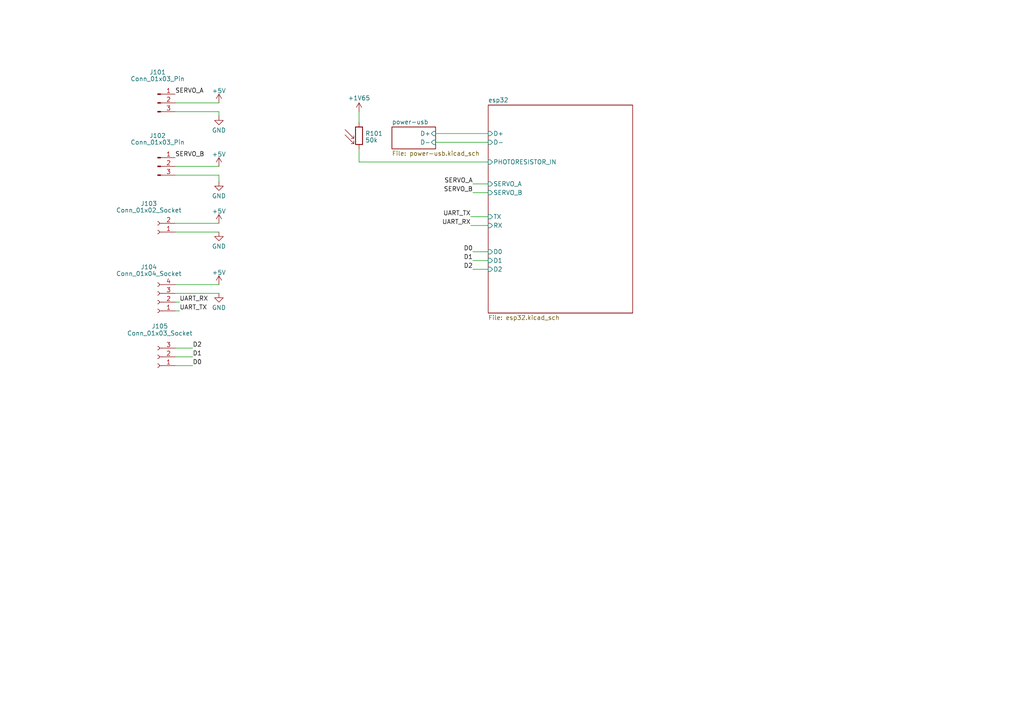
<source format=kicad_sch>
(kicad_sch (version 20230121) (generator eeschema)

  (uuid d8fe67a6-0689-48b0-90b5-ae5bbcd4903f)

  (paper "A4")

  (lib_symbols
    (symbol "Connector:Conn_01x02_Socket" (pin_names (offset 1.016) hide) (in_bom yes) (on_board yes)
      (property "Reference" "J" (at 0 2.54 0)
        (effects (font (size 1.27 1.27)))
      )
      (property "Value" "Conn_01x02_Socket" (at 0 -5.08 0)
        (effects (font (size 1.27 1.27)))
      )
      (property "Footprint" "" (at 0 0 0)
        (effects (font (size 1.27 1.27)) hide)
      )
      (property "Datasheet" "~" (at 0 0 0)
        (effects (font (size 1.27 1.27)) hide)
      )
      (property "ki_locked" "" (at 0 0 0)
        (effects (font (size 1.27 1.27)))
      )
      (property "ki_keywords" "connector" (at 0 0 0)
        (effects (font (size 1.27 1.27)) hide)
      )
      (property "ki_description" "Generic connector, single row, 01x02, script generated" (at 0 0 0)
        (effects (font (size 1.27 1.27)) hide)
      )
      (property "ki_fp_filters" "Connector*:*_1x??_*" (at 0 0 0)
        (effects (font (size 1.27 1.27)) hide)
      )
      (symbol "Conn_01x02_Socket_1_1"
        (arc (start 0 -2.032) (mid -0.5058 -2.54) (end 0 -3.048)
          (stroke (width 0.1524) (type default))
          (fill (type none))
        )
        (polyline
          (pts
            (xy -1.27 -2.54)
            (xy -0.508 -2.54)
          )
          (stroke (width 0.1524) (type default))
          (fill (type none))
        )
        (polyline
          (pts
            (xy -1.27 0)
            (xy -0.508 0)
          )
          (stroke (width 0.1524) (type default))
          (fill (type none))
        )
        (arc (start 0 0.508) (mid -0.5058 0) (end 0 -0.508)
          (stroke (width 0.1524) (type default))
          (fill (type none))
        )
        (pin passive line (at -5.08 0 0) (length 3.81)
          (name "Pin_1" (effects (font (size 1.27 1.27))))
          (number "1" (effects (font (size 1.27 1.27))))
        )
        (pin passive line (at -5.08 -2.54 0) (length 3.81)
          (name "Pin_2" (effects (font (size 1.27 1.27))))
          (number "2" (effects (font (size 1.27 1.27))))
        )
      )
    )
    (symbol "Connector:Conn_01x03_Pin" (pin_names (offset 1.016) hide) (in_bom yes) (on_board yes)
      (property "Reference" "J" (at 0 5.08 0)
        (effects (font (size 1.27 1.27)))
      )
      (property "Value" "Conn_01x03_Pin" (at 0 -5.08 0)
        (effects (font (size 1.27 1.27)))
      )
      (property "Footprint" "" (at 0 0 0)
        (effects (font (size 1.27 1.27)) hide)
      )
      (property "Datasheet" "~" (at 0 0 0)
        (effects (font (size 1.27 1.27)) hide)
      )
      (property "ki_locked" "" (at 0 0 0)
        (effects (font (size 1.27 1.27)))
      )
      (property "ki_keywords" "connector" (at 0 0 0)
        (effects (font (size 1.27 1.27)) hide)
      )
      (property "ki_description" "Generic connector, single row, 01x03, script generated" (at 0 0 0)
        (effects (font (size 1.27 1.27)) hide)
      )
      (property "ki_fp_filters" "Connector*:*_1x??_*" (at 0 0 0)
        (effects (font (size 1.27 1.27)) hide)
      )
      (symbol "Conn_01x03_Pin_1_1"
        (polyline
          (pts
            (xy 1.27 -2.54)
            (xy 0.8636 -2.54)
          )
          (stroke (width 0.1524) (type default))
          (fill (type none))
        )
        (polyline
          (pts
            (xy 1.27 0)
            (xy 0.8636 0)
          )
          (stroke (width 0.1524) (type default))
          (fill (type none))
        )
        (polyline
          (pts
            (xy 1.27 2.54)
            (xy 0.8636 2.54)
          )
          (stroke (width 0.1524) (type default))
          (fill (type none))
        )
        (rectangle (start 0.8636 -2.413) (end 0 -2.667)
          (stroke (width 0.1524) (type default))
          (fill (type outline))
        )
        (rectangle (start 0.8636 0.127) (end 0 -0.127)
          (stroke (width 0.1524) (type default))
          (fill (type outline))
        )
        (rectangle (start 0.8636 2.667) (end 0 2.413)
          (stroke (width 0.1524) (type default))
          (fill (type outline))
        )
        (pin passive line (at 5.08 2.54 180) (length 3.81)
          (name "Pin_1" (effects (font (size 1.27 1.27))))
          (number "1" (effects (font (size 1.27 1.27))))
        )
        (pin passive line (at 5.08 0 180) (length 3.81)
          (name "Pin_2" (effects (font (size 1.27 1.27))))
          (number "2" (effects (font (size 1.27 1.27))))
        )
        (pin passive line (at 5.08 -2.54 180) (length 3.81)
          (name "Pin_3" (effects (font (size 1.27 1.27))))
          (number "3" (effects (font (size 1.27 1.27))))
        )
      )
    )
    (symbol "Connector:Conn_01x03_Socket" (pin_names (offset 1.016) hide) (in_bom yes) (on_board yes)
      (property "Reference" "J" (at 0 5.08 0)
        (effects (font (size 1.27 1.27)))
      )
      (property "Value" "Conn_01x03_Socket" (at 0 -5.08 0)
        (effects (font (size 1.27 1.27)))
      )
      (property "Footprint" "" (at 0 0 0)
        (effects (font (size 1.27 1.27)) hide)
      )
      (property "Datasheet" "~" (at 0 0 0)
        (effects (font (size 1.27 1.27)) hide)
      )
      (property "ki_locked" "" (at 0 0 0)
        (effects (font (size 1.27 1.27)))
      )
      (property "ki_keywords" "connector" (at 0 0 0)
        (effects (font (size 1.27 1.27)) hide)
      )
      (property "ki_description" "Generic connector, single row, 01x03, script generated" (at 0 0 0)
        (effects (font (size 1.27 1.27)) hide)
      )
      (property "ki_fp_filters" "Connector*:*_1x??_*" (at 0 0 0)
        (effects (font (size 1.27 1.27)) hide)
      )
      (symbol "Conn_01x03_Socket_1_1"
        (arc (start 0 -2.032) (mid -0.5058 -2.54) (end 0 -3.048)
          (stroke (width 0.1524) (type default))
          (fill (type none))
        )
        (polyline
          (pts
            (xy -1.27 -2.54)
            (xy -0.508 -2.54)
          )
          (stroke (width 0.1524) (type default))
          (fill (type none))
        )
        (polyline
          (pts
            (xy -1.27 0)
            (xy -0.508 0)
          )
          (stroke (width 0.1524) (type default))
          (fill (type none))
        )
        (polyline
          (pts
            (xy -1.27 2.54)
            (xy -0.508 2.54)
          )
          (stroke (width 0.1524) (type default))
          (fill (type none))
        )
        (arc (start 0 0.508) (mid -0.5058 0) (end 0 -0.508)
          (stroke (width 0.1524) (type default))
          (fill (type none))
        )
        (arc (start 0 3.048) (mid -0.5058 2.54) (end 0 2.032)
          (stroke (width 0.1524) (type default))
          (fill (type none))
        )
        (pin passive line (at -5.08 2.54 0) (length 3.81)
          (name "Pin_1" (effects (font (size 1.27 1.27))))
          (number "1" (effects (font (size 1.27 1.27))))
        )
        (pin passive line (at -5.08 0 0) (length 3.81)
          (name "Pin_2" (effects (font (size 1.27 1.27))))
          (number "2" (effects (font (size 1.27 1.27))))
        )
        (pin passive line (at -5.08 -2.54 0) (length 3.81)
          (name "Pin_3" (effects (font (size 1.27 1.27))))
          (number "3" (effects (font (size 1.27 1.27))))
        )
      )
    )
    (symbol "Connector:Conn_01x04_Socket" (pin_names (offset 1.016) hide) (in_bom yes) (on_board yes)
      (property "Reference" "J" (at 0 5.08 0)
        (effects (font (size 1.27 1.27)))
      )
      (property "Value" "Conn_01x04_Socket" (at 0 -7.62 0)
        (effects (font (size 1.27 1.27)))
      )
      (property "Footprint" "" (at 0 0 0)
        (effects (font (size 1.27 1.27)) hide)
      )
      (property "Datasheet" "~" (at 0 0 0)
        (effects (font (size 1.27 1.27)) hide)
      )
      (property "ki_locked" "" (at 0 0 0)
        (effects (font (size 1.27 1.27)))
      )
      (property "ki_keywords" "connector" (at 0 0 0)
        (effects (font (size 1.27 1.27)) hide)
      )
      (property "ki_description" "Generic connector, single row, 01x04, script generated" (at 0 0 0)
        (effects (font (size 1.27 1.27)) hide)
      )
      (property "ki_fp_filters" "Connector*:*_1x??_*" (at 0 0 0)
        (effects (font (size 1.27 1.27)) hide)
      )
      (symbol "Conn_01x04_Socket_1_1"
        (arc (start 0 -4.572) (mid -0.5058 -5.08) (end 0 -5.588)
          (stroke (width 0.1524) (type default))
          (fill (type none))
        )
        (arc (start 0 -2.032) (mid -0.5058 -2.54) (end 0 -3.048)
          (stroke (width 0.1524) (type default))
          (fill (type none))
        )
        (polyline
          (pts
            (xy -1.27 -5.08)
            (xy -0.508 -5.08)
          )
          (stroke (width 0.1524) (type default))
          (fill (type none))
        )
        (polyline
          (pts
            (xy -1.27 -2.54)
            (xy -0.508 -2.54)
          )
          (stroke (width 0.1524) (type default))
          (fill (type none))
        )
        (polyline
          (pts
            (xy -1.27 0)
            (xy -0.508 0)
          )
          (stroke (width 0.1524) (type default))
          (fill (type none))
        )
        (polyline
          (pts
            (xy -1.27 2.54)
            (xy -0.508 2.54)
          )
          (stroke (width 0.1524) (type default))
          (fill (type none))
        )
        (arc (start 0 0.508) (mid -0.5058 0) (end 0 -0.508)
          (stroke (width 0.1524) (type default))
          (fill (type none))
        )
        (arc (start 0 3.048) (mid -0.5058 2.54) (end 0 2.032)
          (stroke (width 0.1524) (type default))
          (fill (type none))
        )
        (pin passive line (at -5.08 2.54 0) (length 3.81)
          (name "Pin_1" (effects (font (size 1.27 1.27))))
          (number "1" (effects (font (size 1.27 1.27))))
        )
        (pin passive line (at -5.08 0 0) (length 3.81)
          (name "Pin_2" (effects (font (size 1.27 1.27))))
          (number "2" (effects (font (size 1.27 1.27))))
        )
        (pin passive line (at -5.08 -2.54 0) (length 3.81)
          (name "Pin_3" (effects (font (size 1.27 1.27))))
          (number "3" (effects (font (size 1.27 1.27))))
        )
        (pin passive line (at -5.08 -5.08 0) (length 3.81)
          (name "Pin_4" (effects (font (size 1.27 1.27))))
          (number "4" (effects (font (size 1.27 1.27))))
        )
      )
    )
    (symbol "Device:R_Photo" (pin_numbers hide) (pin_names (offset 0)) (in_bom yes) (on_board yes)
      (property "Reference" "R" (at 1.27 1.27 0)
        (effects (font (size 1.27 1.27)) (justify left))
      )
      (property "Value" "R_Photo" (at 1.27 0 0)
        (effects (font (size 1.27 1.27)) (justify left top))
      )
      (property "Footprint" "" (at 1.27 -6.35 90)
        (effects (font (size 1.27 1.27)) (justify left) hide)
      )
      (property "Datasheet" "~" (at 0 -1.27 0)
        (effects (font (size 1.27 1.27)) hide)
      )
      (property "ki_keywords" "resistor variable light sensitive opto LDR" (at 0 0 0)
        (effects (font (size 1.27 1.27)) hide)
      )
      (property "ki_description" "Photoresistor" (at 0 0 0)
        (effects (font (size 1.27 1.27)) hide)
      )
      (property "ki_fp_filters" "*LDR* R?LDR*" (at 0 0 0)
        (effects (font (size 1.27 1.27)) hide)
      )
      (symbol "R_Photo_0_1"
        (rectangle (start -1.016 2.54) (end 1.016 -2.54)
          (stroke (width 0.254) (type default))
          (fill (type none))
        )
        (polyline
          (pts
            (xy -1.524 -2.286)
            (xy -4.064 0.254)
          )
          (stroke (width 0) (type default))
          (fill (type none))
        )
        (polyline
          (pts
            (xy -1.524 -2.286)
            (xy -2.286 -2.286)
          )
          (stroke (width 0) (type default))
          (fill (type none))
        )
        (polyline
          (pts
            (xy -1.524 -2.286)
            (xy -1.524 -1.524)
          )
          (stroke (width 0) (type default))
          (fill (type none))
        )
        (polyline
          (pts
            (xy -1.524 -0.762)
            (xy -4.064 1.778)
          )
          (stroke (width 0) (type default))
          (fill (type none))
        )
        (polyline
          (pts
            (xy -1.524 -0.762)
            (xy -2.286 -0.762)
          )
          (stroke (width 0) (type default))
          (fill (type none))
        )
        (polyline
          (pts
            (xy -1.524 -0.762)
            (xy -1.524 0)
          )
          (stroke (width 0) (type default))
          (fill (type none))
        )
      )
      (symbol "R_Photo_1_1"
        (pin passive line (at 0 3.81 270) (length 1.27)
          (name "~" (effects (font (size 1.27 1.27))))
          (number "1" (effects (font (size 1.27 1.27))))
        )
        (pin passive line (at 0 -3.81 90) (length 1.27)
          (name "~" (effects (font (size 1.27 1.27))))
          (number "2" (effects (font (size 1.27 1.27))))
        )
      )
    )
    (symbol "peepeedoodookaka:+1V65" (power) (pin_names (offset 0)) (in_bom yes) (on_board yes)
      (property "Reference" "#PWR" (at 0 -3.81 0)
        (effects (font (size 1.27 1.27)) hide)
      )
      (property "Value" "+1V65" (at 0 3.556 0)
        (effects (font (size 1.27 1.27)))
      )
      (property "Footprint" "" (at 0 0 0)
        (effects (font (size 1.27 1.27)) hide)
      )
      (property "Datasheet" "" (at 0 0 0)
        (effects (font (size 1.27 1.27)) hide)
      )
      (property "ki_keywords" "global power" (at 0 0 0)
        (effects (font (size 1.27 1.27)) hide)
      )
      (property "ki_description" "Power symbol creates a global label with name \"+3V3\"" (at 0 0 0)
        (effects (font (size 1.27 1.27)) hide)
      )
      (symbol "+1V65_0_1"
        (polyline
          (pts
            (xy -0.762 1.27)
            (xy 0 2.54)
          )
          (stroke (width 0) (type default))
          (fill (type none))
        )
        (polyline
          (pts
            (xy 0 0)
            (xy 0 2.54)
          )
          (stroke (width 0) (type default))
          (fill (type none))
        )
        (polyline
          (pts
            (xy 0 2.54)
            (xy 0.762 1.27)
          )
          (stroke (width 0) (type default))
          (fill (type none))
        )
      )
      (symbol "+1V65_1_1"
        (pin power_in line (at 0 0 90) (length 0) hide
          (name "+1V65" (effects (font (size 1.27 1.27))))
          (number "1" (effects (font (size 1.27 1.27))))
        )
      )
    )
    (symbol "power:+5V" (power) (pin_names (offset 0)) (in_bom yes) (on_board yes)
      (property "Reference" "#PWR" (at 0 -3.81 0)
        (effects (font (size 1.27 1.27)) hide)
      )
      (property "Value" "+5V" (at 0 3.556 0)
        (effects (font (size 1.27 1.27)))
      )
      (property "Footprint" "" (at 0 0 0)
        (effects (font (size 1.27 1.27)) hide)
      )
      (property "Datasheet" "" (at 0 0 0)
        (effects (font (size 1.27 1.27)) hide)
      )
      (property "ki_keywords" "global power" (at 0 0 0)
        (effects (font (size 1.27 1.27)) hide)
      )
      (property "ki_description" "Power symbol creates a global label with name \"+5V\"" (at 0 0 0)
        (effects (font (size 1.27 1.27)) hide)
      )
      (symbol "+5V_0_1"
        (polyline
          (pts
            (xy -0.762 1.27)
            (xy 0 2.54)
          )
          (stroke (width 0) (type default))
          (fill (type none))
        )
        (polyline
          (pts
            (xy 0 0)
            (xy 0 2.54)
          )
          (stroke (width 0) (type default))
          (fill (type none))
        )
        (polyline
          (pts
            (xy 0 2.54)
            (xy 0.762 1.27)
          )
          (stroke (width 0) (type default))
          (fill (type none))
        )
      )
      (symbol "+5V_1_1"
        (pin power_in line (at 0 0 90) (length 0) hide
          (name "+5V" (effects (font (size 1.27 1.27))))
          (number "1" (effects (font (size 1.27 1.27))))
        )
      )
    )
    (symbol "power:GND" (power) (pin_names (offset 0)) (in_bom yes) (on_board yes)
      (property "Reference" "#PWR" (at 0 -6.35 0)
        (effects (font (size 1.27 1.27)) hide)
      )
      (property "Value" "GND" (at 0 -3.81 0)
        (effects (font (size 1.27 1.27)))
      )
      (property "Footprint" "" (at 0 0 0)
        (effects (font (size 1.27 1.27)) hide)
      )
      (property "Datasheet" "" (at 0 0 0)
        (effects (font (size 1.27 1.27)) hide)
      )
      (property "ki_keywords" "global power" (at 0 0 0)
        (effects (font (size 1.27 1.27)) hide)
      )
      (property "ki_description" "Power symbol creates a global label with name \"GND\" , ground" (at 0 0 0)
        (effects (font (size 1.27 1.27)) hide)
      )
      (symbol "GND_0_1"
        (polyline
          (pts
            (xy 0 0)
            (xy 0 -1.27)
            (xy 1.27 -1.27)
            (xy 0 -2.54)
            (xy -1.27 -1.27)
            (xy 0 -1.27)
          )
          (stroke (width 0) (type default))
          (fill (type none))
        )
      )
      (symbol "GND_1_1"
        (pin power_in line (at 0 0 270) (length 0) hide
          (name "GND" (effects (font (size 1.27 1.27))))
          (number "1" (effects (font (size 1.27 1.27))))
        )
      )
    )
  )


  (wire (pts (xy 126.365 38.735) (xy 141.605 38.735))
    (stroke (width 0) (type default))
    (uuid 072495e3-8ac3-4548-a31d-28bc5e77e29e)
  )
  (wire (pts (xy 104.14 46.99) (xy 104.14 43.18))
    (stroke (width 0) (type default))
    (uuid 0a817106-0ee3-40c3-9762-c86f45a8348e)
  )
  (wire (pts (xy 63.5 32.385) (xy 63.5 33.655))
    (stroke (width 0) (type default))
    (uuid 1546bc7f-cadd-4be7-ae89-54e8fa41fc39)
  )
  (wire (pts (xy 50.8 48.26) (xy 63.5 48.26))
    (stroke (width 0) (type default))
    (uuid 15dbcc3b-67b3-4aed-b2ca-1815b77b9110)
  )
  (wire (pts (xy 141.605 46.99) (xy 104.14 46.99))
    (stroke (width 0) (type default))
    (uuid 162962d7-a963-4a29-937e-dd0965e9cd70)
  )
  (wire (pts (xy 50.8 87.63) (xy 52.07 87.63))
    (stroke (width 0) (type default))
    (uuid 220aa41c-fa4b-4c3b-b76f-1c9e037c1360)
  )
  (wire (pts (xy 137.16 53.34) (xy 141.605 53.34))
    (stroke (width 0) (type default))
    (uuid 2ae58011-b3ed-40f9-8a71-747d07c1f728)
  )
  (wire (pts (xy 137.16 75.565) (xy 141.605 75.565))
    (stroke (width 0) (type default))
    (uuid 34685ed9-e711-4215-a3af-23dd0d04303c)
  )
  (wire (pts (xy 137.16 78.105) (xy 141.605 78.105))
    (stroke (width 0) (type default))
    (uuid 3b50fe03-5103-4a60-a20c-f8ceef869f8b)
  )
  (wire (pts (xy 50.8 64.77) (xy 63.5 64.77))
    (stroke (width 0) (type default))
    (uuid 4aa83dc3-1ec9-4e59-8772-648b4839f5c9)
  )
  (wire (pts (xy 136.525 65.405) (xy 141.605 65.405))
    (stroke (width 0) (type default))
    (uuid 5359e93f-57b2-4387-bf1b-3590db1a4041)
  )
  (wire (pts (xy 63.5 50.8) (xy 63.5 52.705))
    (stroke (width 0) (type default))
    (uuid 5debffc9-7246-43d0-8070-a10513432d20)
  )
  (wire (pts (xy 137.16 73.025) (xy 141.605 73.025))
    (stroke (width 0) (type default))
    (uuid 8141a533-7d11-4da2-b7f6-644977609194)
  )
  (wire (pts (xy 104.14 32.385) (xy 104.14 35.56))
    (stroke (width 0) (type default))
    (uuid 8166ca65-6504-4611-8400-e8ac975fa1f5)
  )
  (wire (pts (xy 50.8 50.8) (xy 63.5 50.8))
    (stroke (width 0) (type default))
    (uuid 901f4058-8403-4c83-9395-ede65362c96d)
  )
  (wire (pts (xy 50.8 29.845) (xy 63.5 29.845))
    (stroke (width 0) (type default))
    (uuid 9d45fb72-fb9a-4018-afd0-3596889036ff)
  )
  (wire (pts (xy 50.8 67.31) (xy 63.5 67.31))
    (stroke (width 0) (type default))
    (uuid ac93c338-6c78-4892-a387-14938951d8c9)
  )
  (wire (pts (xy 50.8 90.17) (xy 52.07 90.17))
    (stroke (width 0) (type default))
    (uuid b7bc5026-ba2b-47d4-9ea8-22aa29635e91)
  )
  (wire (pts (xy 50.8 100.965) (xy 55.88 100.965))
    (stroke (width 0) (type default))
    (uuid b81dabd4-bcf7-4a5b-b1b1-b526e1fb37d0)
  )
  (wire (pts (xy 50.8 85.09) (xy 63.5 85.09))
    (stroke (width 0) (type default))
    (uuid bcf168d5-8073-4d29-a828-23db41943af5)
  )
  (wire (pts (xy 137.16 55.88) (xy 141.605 55.88))
    (stroke (width 0) (type default))
    (uuid c98323f8-92a7-4ff1-8940-79252a81590b)
  )
  (wire (pts (xy 50.8 82.55) (xy 63.5 82.55))
    (stroke (width 0) (type default))
    (uuid dc1691b0-3368-4f0e-a1fc-beb863272072)
  )
  (wire (pts (xy 136.525 62.865) (xy 141.605 62.865))
    (stroke (width 0) (type default))
    (uuid de4ecd17-bac5-4d29-8deb-1b42151c5607)
  )
  (wire (pts (xy 50.8 32.385) (xy 63.5 32.385))
    (stroke (width 0) (type default))
    (uuid e714e675-24cf-468e-8474-c2332434ce0b)
  )
  (wire (pts (xy 50.8 103.505) (xy 55.88 103.505))
    (stroke (width 0) (type default))
    (uuid ea5d4ea0-e0b7-444d-9319-db70c54ddb7f)
  )
  (wire (pts (xy 126.365 41.275) (xy 141.605 41.275))
    (stroke (width 0) (type default))
    (uuid ef938caf-1027-446b-886c-466911fb9b47)
  )
  (wire (pts (xy 50.8 106.045) (xy 55.88 106.045))
    (stroke (width 0) (type default))
    (uuid f8e42ee9-b857-44ae-a18e-5b3774828a7e)
  )

  (label "D0" (at 137.16 73.025 180) (fields_autoplaced)
    (effects (font (size 1.27 1.27)) (justify right bottom))
    (uuid 17868bfd-75c0-49c5-af6d-ea20cba999fc)
  )
  (label "D2" (at 137.16 78.105 180) (fields_autoplaced)
    (effects (font (size 1.27 1.27)) (justify right bottom))
    (uuid 1f477fb2-d259-48c6-b6d4-4a6189e1fc3f)
  )
  (label "D2" (at 55.88 100.965 0) (fields_autoplaced)
    (effects (font (size 1.27 1.27)) (justify left bottom))
    (uuid 21dba86b-2c4f-4ecb-89f2-4512256a4bb0)
  )
  (label "D0" (at 55.88 106.045 0) (fields_autoplaced)
    (effects (font (size 1.27 1.27)) (justify left bottom))
    (uuid 3a60c523-8ddb-47e0-8b37-8e03c8742a2b)
  )
  (label "SERVO_A" (at 50.8 27.305 0) (fields_autoplaced)
    (effects (font (size 1.27 1.27)) (justify left bottom))
    (uuid 4268f1b4-4ec6-4446-abd4-3799c8da09c9)
  )
  (label "SERVO_A" (at 137.16 53.34 180) (fields_autoplaced)
    (effects (font (size 1.27 1.27)) (justify right bottom))
    (uuid 4b30ae6b-a4d3-431d-9a85-d8d3b5e83a9d)
  )
  (label "UART_TX" (at 136.525 62.865 180) (fields_autoplaced)
    (effects (font (size 1.27 1.27)) (justify right bottom))
    (uuid 566be014-0822-4ec5-943e-78af72b9ac73)
  )
  (label "D1" (at 55.88 103.505 0) (fields_autoplaced)
    (effects (font (size 1.27 1.27)) (justify left bottom))
    (uuid 5c559c16-a768-4bbb-bd0b-cd3cf004a20f)
  )
  (label "UART_TX" (at 52.07 90.17 0) (fields_autoplaced)
    (effects (font (size 1.27 1.27)) (justify left bottom))
    (uuid 7f764670-f4e6-4543-aa72-7b7aa23417b2)
  )
  (label "D1" (at 137.16 75.565 180) (fields_autoplaced)
    (effects (font (size 1.27 1.27)) (justify right bottom))
    (uuid 9b33a770-8814-4c12-b8eb-0eace30db195)
  )
  (label "UART_RX" (at 136.525 65.405 180) (fields_autoplaced)
    (effects (font (size 1.27 1.27)) (justify right bottom))
    (uuid bbeea2a3-ab53-4612-81c0-02c7349e6c12)
  )
  (label "SERVO_B" (at 50.8 45.72 0) (fields_autoplaced)
    (effects (font (size 1.27 1.27)) (justify left bottom))
    (uuid e563cca4-7f3e-4369-8b7f-a924768c0ed3)
  )
  (label "SERVO_B" (at 137.16 55.88 180) (fields_autoplaced)
    (effects (font (size 1.27 1.27)) (justify right bottom))
    (uuid f0a253fc-231d-4740-9889-34acad2b5789)
  )
  (label "UART_RX" (at 52.07 87.63 0) (fields_autoplaced)
    (effects (font (size 1.27 1.27)) (justify left bottom))
    (uuid f9cdf9da-9bdd-4fb5-9f9d-fe2d34c3d178)
  )

  (symbol (lib_id "Connector:Conn_01x04_Socket") (at 45.72 87.63 180) (unit 1)
    (in_bom yes) (on_board yes) (dnp no)
    (uuid 0173ef67-7965-4f6f-b001-93efe6145e07)
    (property "Reference" "J104" (at 43.18 77.454 0)
      (effects (font (size 1.27 1.27)))
    )
    (property "Value" "Conn_01x04_Socket" (at 43.18 79.375 0)
      (effects (font (size 1.27 1.27)))
    )
    (property "Footprint" "Connector_PinSocket_2.00mm:PinSocket_1x04_P2.00mm_Vertical" (at 45.72 87.63 0)
      (effects (font (size 1.27 1.27)) hide)
    )
    (property "Datasheet" "~" (at 45.72 87.63 0)
      (effects (font (size 1.27 1.27)) hide)
    )
    (pin "1" (uuid 6db76c3a-b49a-4d60-ab50-ec9bb64fe748))
    (pin "2" (uuid dd50f98e-241e-40a5-a96f-f18b947c7784))
    (pin "3" (uuid 4c632322-2b6b-4a24-86a5-441452549290))
    (pin "4" (uuid 4bdbc63c-d525-4c6d-ad57-beaf80da7a2a))
    (instances
      (project "esp"
        (path "/d8fe67a6-0689-48b0-90b5-ae5bbcd4903f"
          (reference "J104") (unit 1)
        )
      )
    )
  )

  (symbol (lib_id "power:+5V") (at 63.5 64.77 0) (unit 1)
    (in_bom yes) (on_board yes) (dnp no) (fields_autoplaced)
    (uuid 02e2c3e1-27fa-4fa4-a01f-351721bb70ff)
    (property "Reference" "#PWR0106" (at 63.5 68.58 0)
      (effects (font (size 1.27 1.27)) hide)
    )
    (property "Value" "+5V" (at 63.5 61.2681 0)
      (effects (font (size 1.27 1.27)))
    )
    (property "Footprint" "" (at 63.5 64.77 0)
      (effects (font (size 1.27 1.27)) hide)
    )
    (property "Datasheet" "" (at 63.5 64.77 0)
      (effects (font (size 1.27 1.27)) hide)
    )
    (pin "1" (uuid 3a1330be-0714-46de-8477-abe0bacdd99f))
    (instances
      (project "esp"
        (path "/d8fe67a6-0689-48b0-90b5-ae5bbcd4903f"
          (reference "#PWR0106") (unit 1)
        )
      )
    )
  )

  (symbol (lib_id "power:GND") (at 63.5 85.09 0) (unit 1)
    (in_bom yes) (on_board yes) (dnp no) (fields_autoplaced)
    (uuid 08abc37f-cc89-48ca-bf86-6609829bef69)
    (property "Reference" "#PWR0109" (at 63.5 91.44 0)
      (effects (font (size 1.27 1.27)) hide)
    )
    (property "Value" "GND" (at 63.5 89.2255 0)
      (effects (font (size 1.27 1.27)))
    )
    (property "Footprint" "" (at 63.5 85.09 0)
      (effects (font (size 1.27 1.27)) hide)
    )
    (property "Datasheet" "" (at 63.5 85.09 0)
      (effects (font (size 1.27 1.27)) hide)
    )
    (pin "1" (uuid d408b077-9353-43be-bb25-9f52444e5f44))
    (instances
      (project "esp"
        (path "/d8fe67a6-0689-48b0-90b5-ae5bbcd4903f"
          (reference "#PWR0109") (unit 1)
        )
      )
    )
  )

  (symbol (lib_id "power:GND") (at 63.5 52.705 0) (unit 1)
    (in_bom yes) (on_board yes) (dnp no) (fields_autoplaced)
    (uuid 52a75bee-19a4-4003-93ad-3d2b04d711f9)
    (property "Reference" "#PWR0105" (at 63.5 59.055 0)
      (effects (font (size 1.27 1.27)) hide)
    )
    (property "Value" "GND" (at 63.5 56.8405 0)
      (effects (font (size 1.27 1.27)))
    )
    (property "Footprint" "" (at 63.5 52.705 0)
      (effects (font (size 1.27 1.27)) hide)
    )
    (property "Datasheet" "" (at 63.5 52.705 0)
      (effects (font (size 1.27 1.27)) hide)
    )
    (pin "1" (uuid 2e8bcd10-d942-4a71-aa6c-a87d46256f76))
    (instances
      (project "esp"
        (path "/d8fe67a6-0689-48b0-90b5-ae5bbcd4903f"
          (reference "#PWR0105") (unit 1)
        )
      )
    )
  )

  (symbol (lib_id "Device:R_Photo") (at 104.14 39.37 0) (unit 1)
    (in_bom yes) (on_board yes) (dnp no) (fields_autoplaced)
    (uuid 82f52277-22fc-4bd5-b058-0604eeeb7e12)
    (property "Reference" "R101" (at 105.918 38.7263 0)
      (effects (font (size 1.27 1.27)) (justify left))
    )
    (property "Value" "50k" (at 105.918 40.6473 0)
      (effects (font (size 1.27 1.27)) (justify left))
    )
    (property "Footprint" "Connector_PinHeader_2.54mm:PinHeader_1x02_P2.54mm_Vertical" (at 105.41 45.72 90)
      (effects (font (size 1.27 1.27)) (justify left) hide)
    )
    (property "Datasheet" "~" (at 104.14 40.64 0)
      (effects (font (size 1.27 1.27)) hide)
    )
    (pin "1" (uuid 91ef59a8-7876-4bc8-8308-ed9a50522d67))
    (pin "2" (uuid d93149e8-bb72-41cf-9f3e-c232a86f6f16))
    (instances
      (project "esp"
        (path "/d8fe67a6-0689-48b0-90b5-ae5bbcd4903f"
          (reference "R101") (unit 1)
        )
      )
    )
  )

  (symbol (lib_id "Connector:Conn_01x03_Pin") (at 45.72 29.845 0) (unit 1)
    (in_bom yes) (on_board yes) (dnp no)
    (uuid 8336009c-cba1-4ed8-b3cc-9705d5c84b94)
    (property "Reference" "J101" (at 45.72 20.955 0)
      (effects (font (size 1.27 1.27)))
    )
    (property "Value" "Conn_01x03_Pin" (at 45.72 22.876 0)
      (effects (font (size 1.27 1.27)))
    )
    (property "Footprint" "Connector_PinHeader_2.54mm:PinHeader_1x03_P2.54mm_Horizontal" (at 45.72 29.845 0)
      (effects (font (size 1.27 1.27)) hide)
    )
    (property "Datasheet" "~" (at 45.72 29.845 0)
      (effects (font (size 1.27 1.27)) hide)
    )
    (pin "1" (uuid 1086233c-fc50-4626-93e5-cb87dc09e7c0))
    (pin "2" (uuid fe302595-a814-4922-911e-7d8bc7ffb235))
    (pin "3" (uuid 1fa0216c-61de-433d-bef7-ac04d047e7c3))
    (instances
      (project "esp"
        (path "/d8fe67a6-0689-48b0-90b5-ae5bbcd4903f"
          (reference "J101") (unit 1)
        )
      )
    )
  )

  (symbol (lib_id "power:+5V") (at 63.5 48.26 0) (unit 1)
    (in_bom yes) (on_board yes) (dnp no) (fields_autoplaced)
    (uuid 8c36d355-634c-4f4f-ba65-bda88000a5b4)
    (property "Reference" "#PWR0104" (at 63.5 52.07 0)
      (effects (font (size 1.27 1.27)) hide)
    )
    (property "Value" "+5V" (at 63.5 44.7581 0)
      (effects (font (size 1.27 1.27)))
    )
    (property "Footprint" "" (at 63.5 48.26 0)
      (effects (font (size 1.27 1.27)) hide)
    )
    (property "Datasheet" "" (at 63.5 48.26 0)
      (effects (font (size 1.27 1.27)) hide)
    )
    (pin "1" (uuid 1e3f98cb-8a8c-4a16-afb6-a3ccbd81cb37))
    (instances
      (project "esp"
        (path "/d8fe67a6-0689-48b0-90b5-ae5bbcd4903f"
          (reference "#PWR0104") (unit 1)
        )
      )
    )
  )

  (symbol (lib_id "Connector:Conn_01x03_Pin") (at 45.72 48.26 0) (unit 1)
    (in_bom yes) (on_board yes) (dnp no)
    (uuid 92d4e313-798a-4d3a-81dd-5560e6140707)
    (property "Reference" "J102" (at 45.72 39.354 0)
      (effects (font (size 1.27 1.27)))
    )
    (property "Value" "Conn_01x03_Pin" (at 45.72 41.275 0)
      (effects (font (size 1.27 1.27)))
    )
    (property "Footprint" "Connector_PinHeader_2.54mm:PinHeader_1x03_P2.54mm_Horizontal" (at 45.72 48.26 0)
      (effects (font (size 1.27 1.27)) hide)
    )
    (property "Datasheet" "~" (at 45.72 48.26 0)
      (effects (font (size 1.27 1.27)) hide)
    )
    (pin "1" (uuid 5a8650fb-a78b-44ae-9ea7-d556bd81c768))
    (pin "2" (uuid dd0f865f-f6e4-41d4-bf86-d2d1816e3f5b))
    (pin "3" (uuid 707367c2-a685-43a1-87c0-0cc78425bc49))
    (instances
      (project "esp"
        (path "/d8fe67a6-0689-48b0-90b5-ae5bbcd4903f"
          (reference "J102") (unit 1)
        )
      )
    )
  )

  (symbol (lib_id "peepeedoodookaka:+1V65") (at 104.14 32.385 0) (unit 1)
    (in_bom yes) (on_board yes) (dnp no) (fields_autoplaced)
    (uuid a5640fbc-c21f-4683-a23c-65dbd73bc18b)
    (property "Reference" "#PWR0102" (at 104.14 36.195 0)
      (effects (font (size 1.27 1.27)) hide)
    )
    (property "Value" "+1V65" (at 104.14 28.44 0)
      (effects (font (size 1.27 1.27)))
    )
    (property "Footprint" "" (at 104.14 32.385 0)
      (effects (font (size 1.27 1.27)) hide)
    )
    (property "Datasheet" "" (at 104.14 32.385 0)
      (effects (font (size 1.27 1.27)) hide)
    )
    (pin "1" (uuid 37a32a9e-f74d-4a7f-b9b8-16730ade82ba))
    (instances
      (project "esp"
        (path "/d8fe67a6-0689-48b0-90b5-ae5bbcd4903f"
          (reference "#PWR0102") (unit 1)
        )
      )
    )
  )

  (symbol (lib_id "Connector:Conn_01x02_Socket") (at 45.72 67.31 180) (unit 1)
    (in_bom yes) (on_board yes) (dnp no)
    (uuid c33ce4a6-3dbb-48cd-b7a0-03264dcdc570)
    (property "Reference" "J103" (at 43.18 59.055 0)
      (effects (font (size 1.27 1.27)))
    )
    (property "Value" "Conn_01x02_Socket" (at 43.18 60.976 0)
      (effects (font (size 1.27 1.27)))
    )
    (property "Footprint" "Connector_PinHeader_2.54mm:PinHeader_1x02_P2.54mm_Vertical" (at 45.72 67.31 0)
      (effects (font (size 1.27 1.27)) hide)
    )
    (property "Datasheet" "~" (at 45.72 67.31 0)
      (effects (font (size 1.27 1.27)) hide)
    )
    (pin "1" (uuid 14ef4308-1c95-446b-a4f8-e826ef832afa))
    (pin "2" (uuid bd13c380-64ae-4ff7-b822-de4483bd7ec8))
    (instances
      (project "esp"
        (path "/d8fe67a6-0689-48b0-90b5-ae5bbcd4903f"
          (reference "J103") (unit 1)
        )
      )
    )
  )

  (symbol (lib_id "power:+5V") (at 63.5 82.55 0) (unit 1)
    (in_bom yes) (on_board yes) (dnp no) (fields_autoplaced)
    (uuid cacc5a6c-1a22-46bd-a624-31e0c41d14f2)
    (property "Reference" "#PWR0108" (at 63.5 86.36 0)
      (effects (font (size 1.27 1.27)) hide)
    )
    (property "Value" "+5V" (at 63.5 79.0481 0)
      (effects (font (size 1.27 1.27)))
    )
    (property "Footprint" "" (at 63.5 82.55 0)
      (effects (font (size 1.27 1.27)) hide)
    )
    (property "Datasheet" "" (at 63.5 82.55 0)
      (effects (font (size 1.27 1.27)) hide)
    )
    (pin "1" (uuid 7aae7e85-2f2b-4a95-a215-05451be972cf))
    (instances
      (project "esp"
        (path "/d8fe67a6-0689-48b0-90b5-ae5bbcd4903f"
          (reference "#PWR0108") (unit 1)
        )
      )
    )
  )

  (symbol (lib_id "Connector:Conn_01x03_Socket") (at 45.72 103.505 180) (unit 1)
    (in_bom yes) (on_board yes) (dnp no)
    (uuid df4ad401-bc83-4822-a9be-c8d7005e0269)
    (property "Reference" "J105" (at 46.355 94.615 0)
      (effects (font (size 1.27 1.27)))
    )
    (property "Value" "Conn_01x03_Socket" (at 46.355 96.663 0)
      (effects (font (size 1.27 1.27)))
    )
    (property "Footprint" "Connector_PinHeader_2.54mm:PinHeader_1x03_P2.54mm_Vertical" (at 45.72 103.505 0)
      (effects (font (size 1.27 1.27)) hide)
    )
    (property "Datasheet" "~" (at 45.72 103.505 0)
      (effects (font (size 1.27 1.27)) hide)
    )
    (pin "1" (uuid 3af5f725-f874-42c9-adaf-cd3a356eb43d))
    (pin "2" (uuid a6c25477-aa2f-4813-a8a1-7c7e5764fd8d))
    (pin "3" (uuid 4a23afaa-9812-41e3-ad68-22ce13346bcd))
    (instances
      (project "esp"
        (path "/d8fe67a6-0689-48b0-90b5-ae5bbcd4903f"
          (reference "J105") (unit 1)
        )
      )
    )
  )

  (symbol (lib_id "power:GND") (at 63.5 67.31 0) (unit 1)
    (in_bom yes) (on_board yes) (dnp no) (fields_autoplaced)
    (uuid e5b7f271-94a6-4096-84f3-fe8df7f3c746)
    (property "Reference" "#PWR0107" (at 63.5 73.66 0)
      (effects (font (size 1.27 1.27)) hide)
    )
    (property "Value" "GND" (at 63.5 71.4455 0)
      (effects (font (size 1.27 1.27)))
    )
    (property "Footprint" "" (at 63.5 67.31 0)
      (effects (font (size 1.27 1.27)) hide)
    )
    (property "Datasheet" "" (at 63.5 67.31 0)
      (effects (font (size 1.27 1.27)) hide)
    )
    (pin "1" (uuid f0360afd-a7ed-4011-91fc-10468bbe6760))
    (instances
      (project "esp"
        (path "/d8fe67a6-0689-48b0-90b5-ae5bbcd4903f"
          (reference "#PWR0107") (unit 1)
        )
      )
    )
  )

  (symbol (lib_id "power:GND") (at 63.5 33.655 0) (unit 1)
    (in_bom yes) (on_board yes) (dnp no) (fields_autoplaced)
    (uuid eb1d08a2-396b-4a70-9505-1089e19a6b2e)
    (property "Reference" "#PWR0103" (at 63.5 40.005 0)
      (effects (font (size 1.27 1.27)) hide)
    )
    (property "Value" "GND" (at 63.5 37.7905 0)
      (effects (font (size 1.27 1.27)))
    )
    (property "Footprint" "" (at 63.5 33.655 0)
      (effects (font (size 1.27 1.27)) hide)
    )
    (property "Datasheet" "" (at 63.5 33.655 0)
      (effects (font (size 1.27 1.27)) hide)
    )
    (pin "1" (uuid 44a0a5bb-ce76-4d2d-9a76-fed4ac45b17f))
    (instances
      (project "esp"
        (path "/d8fe67a6-0689-48b0-90b5-ae5bbcd4903f"
          (reference "#PWR0103") (unit 1)
        )
      )
    )
  )

  (symbol (lib_id "power:+5V") (at 63.5 29.845 0) (unit 1)
    (in_bom yes) (on_board yes) (dnp no) (fields_autoplaced)
    (uuid eef76732-63b0-4c5c-89c4-371d20539e8a)
    (property "Reference" "#PWR0101" (at 63.5 33.655 0)
      (effects (font (size 1.27 1.27)) hide)
    )
    (property "Value" "+5V" (at 63.5 26.3431 0)
      (effects (font (size 1.27 1.27)))
    )
    (property "Footprint" "" (at 63.5 29.845 0)
      (effects (font (size 1.27 1.27)) hide)
    )
    (property "Datasheet" "" (at 63.5 29.845 0)
      (effects (font (size 1.27 1.27)) hide)
    )
    (pin "1" (uuid 7fc4dee4-6206-472e-b3bc-02a49e71665f))
    (instances
      (project "esp"
        (path "/d8fe67a6-0689-48b0-90b5-ae5bbcd4903f"
          (reference "#PWR0101") (unit 1)
        )
      )
    )
  )

  (sheet (at 113.665 36.83) (size 12.7 6.35) (fields_autoplaced)
    (stroke (width 0.1524) (type solid))
    (fill (color 0 0 0 0.0000))
    (uuid 18caef91-1001-428e-8d9c-39705f29246a)
    (property "Sheetname" "power-usb" (at 113.665 36.1184 0)
      (effects (font (size 1.27 1.27)) (justify left bottom))
    )
    (property "Sheetfile" "power-usb.kicad_sch" (at 113.665 43.7646 0)
      (effects (font (size 1.27 1.27)) (justify left top))
    )
    (pin "D+" input (at 126.365 38.735 0)
      (effects (font (size 1.27 1.27)) (justify right))
      (uuid 68581378-939a-46a5-8f2c-38b918f8d719)
    )
    (pin "D-" input (at 126.365 41.275 0)
      (effects (font (size 1.27 1.27)) (justify right))
      (uuid 595e738c-fe80-4692-8629-ac94026a0d58)
    )
    (instances
      (project "esp"
        (path "/d8fe67a6-0689-48b0-90b5-ae5bbcd4903f" (page "3"))
      )
    )
  )

  (sheet (at 141.605 30.48) (size 41.91 60.325) (fields_autoplaced)
    (stroke (width 0.1524) (type solid))
    (fill (color 0 0 0 0.0000))
    (uuid a20e1ea5-baf5-46c7-887c-3485b8e49df2)
    (property "Sheetname" "esp32" (at 141.605 29.7684 0)
      (effects (font (size 1.27 1.27)) (justify left bottom))
    )
    (property "Sheetfile" "esp32.kicad_sch" (at 141.605 91.3896 0)
      (effects (font (size 1.27 1.27)) (justify left top))
    )
    (pin "D+" input (at 141.605 38.735 180)
      (effects (font (size 1.27 1.27)) (justify left))
      (uuid b67c1336-9114-42e9-a431-9e3503b5e062)
    )
    (pin "D-" input (at 141.605 41.275 180)
      (effects (font (size 1.27 1.27)) (justify left))
      (uuid 1dd34396-411f-45cc-bc6e-fa74dadfbaa3)
    )
    (pin "PHOTORESISTOR_IN" input (at 141.605 46.99 180)
      (effects (font (size 1.27 1.27)) (justify left))
      (uuid e2c0a0fc-ff7f-4ff2-8404-294fb8a6f0d1)
    )
    (pin "SERVO_A" input (at 141.605 53.34 180)
      (effects (font (size 1.27 1.27)) (justify left))
      (uuid 7cd9bebc-18d9-4833-83d7-f8991cea5159)
    )
    (pin "SERVO_B" input (at 141.605 55.88 180)
      (effects (font (size 1.27 1.27)) (justify left))
      (uuid e66bcb31-28cd-4c06-930d-f58a68bf3f05)
    )
    (pin "RX" input (at 141.605 65.405 180)
      (effects (font (size 1.27 1.27)) (justify left))
      (uuid 0ac4dde5-0bdb-460a-b0df-ed5770bfff00)
    )
    (pin "TX" input (at 141.605 62.865 180)
      (effects (font (size 1.27 1.27)) (justify left))
      (uuid f5763128-64ef-49cd-8784-1f30ccc4a9f3)
    )
    (pin "D0" input (at 141.605 73.025 180)
      (effects (font (size 1.27 1.27)) (justify left))
      (uuid 33a5c007-c2f8-477f-a89b-3ed1f4e6de96)
    )
    (pin "D2" input (at 141.605 78.105 180)
      (effects (font (size 1.27 1.27)) (justify left))
      (uuid ae697c07-7c1f-4bc1-b09d-5c37a2f35bc3)
    )
    (pin "D1" input (at 141.605 75.565 180)
      (effects (font (size 1.27 1.27)) (justify left))
      (uuid 7e88937d-0ccd-43ba-a43f-4eff826cf4b1)
    )
    (instances
      (project "esp"
        (path "/d8fe67a6-0689-48b0-90b5-ae5bbcd4903f" (page "2"))
      )
    )
  )

  (sheet_instances
    (path "/" (page "1"))
  )
)

</source>
